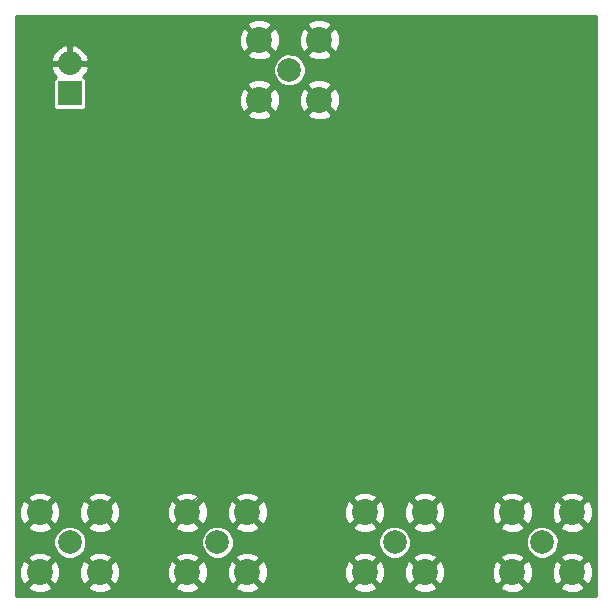
<source format=gbl>
G04 #@! TF.FileFunction,Copper,L4,Bot,Signal*
%FSLAX46Y46*%
G04 Gerber Fmt 4.6, Leading zero omitted, Abs format (unit mm)*
G04 Created by KiCad (PCBNEW 4.0.2-stable) date Fri 15 Jul 2016 21:48:07 BST*
%MOMM*%
G01*
G04 APERTURE LIST*
%ADD10C,0.100000*%
%ADD11C,2.000000*%
%ADD12C,2.200000*%
%ADD13R,2.032000X2.032000*%
%ADD14O,2.032000X2.032000*%
%ADD15C,0.800000*%
%ADD16C,0.200000*%
%ADD17C,0.254000*%
G04 APERTURE END LIST*
D10*
D11*
X92500000Y-105000000D03*
D12*
X89960000Y-102460000D03*
X89960000Y-107540000D03*
X95040000Y-102460000D03*
X95040000Y-107540000D03*
D11*
X83600000Y-65000000D03*
D12*
X81060000Y-62460000D03*
X81060000Y-67540000D03*
X86140000Y-62460000D03*
X86140000Y-67540000D03*
D11*
X65000000Y-105000000D03*
D12*
X62460000Y-102460000D03*
X62460000Y-107540000D03*
X67540000Y-102460000D03*
X67540000Y-107540000D03*
D11*
X105000000Y-105000000D03*
D12*
X102460000Y-102460000D03*
X102460000Y-107540000D03*
X107540000Y-102460000D03*
X107540000Y-107540000D03*
D11*
X77500000Y-105000000D03*
D12*
X74960000Y-102460000D03*
X74960000Y-107540000D03*
X80040000Y-102460000D03*
X80040000Y-107540000D03*
D13*
X65000000Y-67000000D03*
D14*
X65000000Y-64460000D03*
D15*
X94000000Y-100500000D03*
X91000000Y-97500000D03*
X89000000Y-95500000D03*
X90000000Y-96500000D03*
X88000000Y-94500000D03*
X89000000Y-99500000D03*
X99500000Y-95000000D03*
X100500000Y-96000000D03*
X101500000Y-97000000D03*
X102500000Y-98000000D03*
X103500000Y-99000000D03*
X104000000Y-100250000D03*
X100000000Y-92500000D03*
X101000000Y-93500000D03*
X105000000Y-97500000D03*
X104000000Y-96500000D03*
X103000000Y-95500000D03*
X102000000Y-94500000D03*
X89750000Y-94000000D03*
X91000000Y-94000000D03*
X92250000Y-94000000D03*
X93500000Y-94000000D03*
X94750000Y-94000000D03*
X96000000Y-94000000D03*
X97250000Y-94000000D03*
X98500000Y-94000000D03*
X89750000Y-92000000D03*
X91000000Y-92000000D03*
X92250000Y-92000000D03*
X88500000Y-92000000D03*
X98500000Y-92000000D03*
X97250000Y-92000000D03*
X96000000Y-92000000D03*
X94750000Y-92000000D03*
X93500000Y-92000000D03*
X82250000Y-94500000D03*
X80000000Y-100500000D03*
X88000000Y-98500000D03*
X86000000Y-96500000D03*
X85000000Y-95500000D03*
X84000000Y-96500000D03*
X83000000Y-97500000D03*
X82000000Y-98500000D03*
X87000000Y-97500000D03*
X90000000Y-100500000D03*
X81000000Y-99500000D03*
X76500000Y-100500000D03*
X79250000Y-97750000D03*
X80250000Y-96750000D03*
X81250000Y-95750000D03*
X68000000Y-98250000D03*
X67000000Y-99250000D03*
X73750000Y-94000000D03*
X72500000Y-94000000D03*
X81250000Y-94000000D03*
X75000000Y-94000000D03*
X76250000Y-94000000D03*
X77500000Y-94000000D03*
X78750000Y-94000000D03*
X80000000Y-94000000D03*
X71250000Y-95000000D03*
X70000000Y-96250000D03*
X69000000Y-97250000D03*
X66250000Y-100250000D03*
X65000000Y-97750000D03*
X68000000Y-94750000D03*
X70000000Y-92750000D03*
X75000000Y-92000000D03*
X73750000Y-92000000D03*
X72500000Y-92000000D03*
X76250000Y-92000000D03*
X77500000Y-92000000D03*
X78750000Y-92000000D03*
X80000000Y-92000000D03*
X71250000Y-92000000D03*
X69000000Y-93750000D03*
X66000000Y-96750000D03*
X67000000Y-95750000D03*
X81250000Y-92000000D03*
X64000000Y-98750000D03*
X82000000Y-84500000D03*
X82000000Y-82500000D03*
X82250000Y-80250000D03*
X85000000Y-80250000D03*
X85000000Y-82500000D03*
X82500000Y-69250000D03*
X82500000Y-73500000D03*
X82500000Y-72000000D03*
X82500000Y-70750000D03*
X84750000Y-73500000D03*
X84750000Y-72000000D03*
X84750000Y-69250000D03*
D16*
X94000000Y-100500000D02*
X91000000Y-97500000D01*
X90000000Y-96500000D02*
X91000000Y-97500000D01*
X89000000Y-95500000D02*
X88000000Y-94500000D01*
X91000000Y-97500000D02*
X89000000Y-99500000D01*
X100500000Y-96000000D02*
X101500000Y-97000000D01*
X102500000Y-98000000D02*
X103500000Y-99000000D01*
X98500000Y-94000000D02*
X99500000Y-95000000D01*
X101000000Y-93500000D02*
X102000000Y-94500000D01*
X98500000Y-94000000D02*
X100000000Y-92500000D01*
X105750000Y-98250000D02*
X105750000Y-98500000D01*
X105000000Y-97500000D02*
X105750000Y-98250000D01*
X103000000Y-95500000D02*
X104000000Y-96500000D01*
X91000000Y-94000000D02*
X92250000Y-94000000D01*
X93500000Y-94000000D02*
X94750000Y-94000000D01*
X96000000Y-94000000D02*
X97250000Y-94000000D01*
X89750000Y-92000000D02*
X89750000Y-94000000D01*
X92250000Y-92000000D02*
X93500000Y-92000000D01*
X91000000Y-92000000D02*
X92250000Y-92000000D01*
X88500000Y-92000000D02*
X89750000Y-92000000D01*
X97250000Y-92000000D02*
X98500000Y-92000000D01*
X94750000Y-92000000D02*
X96000000Y-92000000D01*
X88500000Y-93750000D02*
X88500000Y-92000000D01*
X88500000Y-92000000D02*
X81250000Y-92000000D01*
X88000000Y-94500000D02*
X82250000Y-94500000D01*
X86000000Y-96500000D02*
X88000000Y-94500000D01*
X90000000Y-100500000D02*
X89000000Y-99500000D01*
X88000000Y-98500000D02*
X89000000Y-99500000D01*
X87000000Y-97500000D02*
X86000000Y-96500000D01*
X84000000Y-96500000D02*
X85000000Y-95500000D01*
X82000000Y-98500000D02*
X83000000Y-97500000D01*
X79250000Y-97750000D02*
X81000000Y-99500000D01*
X76500000Y-100500000D02*
X74960000Y-102040000D01*
X74960000Y-102040000D02*
X74960000Y-102460000D01*
X79250000Y-97750000D02*
X77750000Y-99250000D01*
X81250000Y-95750000D02*
X80250000Y-96750000D01*
X68000000Y-98250000D02*
X67000000Y-99250000D01*
X69000000Y-97250000D02*
X70000000Y-96250000D01*
X81250000Y-92000000D02*
X81250000Y-94000000D01*
X77500000Y-94000000D02*
X76250000Y-94000000D01*
X80000000Y-94000000D02*
X78750000Y-94000000D01*
X75000000Y-94000000D02*
X73750000Y-94000000D01*
X72250000Y-94000000D02*
X71250000Y-95000000D01*
X72500000Y-94000000D02*
X72250000Y-94000000D01*
X70750000Y-92000000D02*
X70000000Y-92750000D01*
X73750000Y-92000000D02*
X72500000Y-92000000D01*
X78750000Y-92000000D02*
X77500000Y-92000000D01*
X81250000Y-92000000D02*
X80000000Y-92000000D01*
X76250000Y-92000000D02*
X75000000Y-92000000D01*
X71250000Y-92000000D02*
X70750000Y-92000000D01*
X68000000Y-94750000D02*
X69000000Y-93750000D01*
X67000000Y-95750000D02*
X66000000Y-96750000D01*
X64000000Y-98750000D02*
X64000000Y-99000000D01*
X82000000Y-80500000D02*
X82000000Y-82500000D01*
X82250000Y-80250000D02*
X82000000Y-80500000D01*
X85000000Y-80250000D02*
X85000000Y-82500000D01*
X82500000Y-73500000D02*
X82500000Y-73750000D01*
X82500000Y-70750000D02*
X82500000Y-72000000D01*
X84750000Y-72000000D02*
X84750000Y-73500000D01*
D17*
G36*
X109544000Y-109544000D02*
X60456000Y-109544000D01*
X60456000Y-108764868D01*
X61414737Y-108764868D01*
X61525641Y-109042099D01*
X62171593Y-109285323D01*
X62861453Y-109262836D01*
X63394359Y-109042099D01*
X63505263Y-108764868D01*
X66494737Y-108764868D01*
X66605641Y-109042099D01*
X67251593Y-109285323D01*
X67941453Y-109262836D01*
X68474359Y-109042099D01*
X68585263Y-108764868D01*
X73914737Y-108764868D01*
X74025641Y-109042099D01*
X74671593Y-109285323D01*
X75361453Y-109262836D01*
X75894359Y-109042099D01*
X76005263Y-108764868D01*
X78994737Y-108764868D01*
X79105641Y-109042099D01*
X79751593Y-109285323D01*
X80441453Y-109262836D01*
X80974359Y-109042099D01*
X81085263Y-108764868D01*
X88914737Y-108764868D01*
X89025641Y-109042099D01*
X89671593Y-109285323D01*
X90361453Y-109262836D01*
X90894359Y-109042099D01*
X91005263Y-108764868D01*
X93994737Y-108764868D01*
X94105641Y-109042099D01*
X94751593Y-109285323D01*
X95441453Y-109262836D01*
X95974359Y-109042099D01*
X96085263Y-108764868D01*
X101414737Y-108764868D01*
X101525641Y-109042099D01*
X102171593Y-109285323D01*
X102861453Y-109262836D01*
X103394359Y-109042099D01*
X103505263Y-108764868D01*
X106494737Y-108764868D01*
X106605641Y-109042099D01*
X107251593Y-109285323D01*
X107941453Y-109262836D01*
X108474359Y-109042099D01*
X108585263Y-108764868D01*
X107540000Y-107719605D01*
X106494737Y-108764868D01*
X103505263Y-108764868D01*
X102460000Y-107719605D01*
X101414737Y-108764868D01*
X96085263Y-108764868D01*
X95040000Y-107719605D01*
X93994737Y-108764868D01*
X91005263Y-108764868D01*
X89960000Y-107719605D01*
X88914737Y-108764868D01*
X81085263Y-108764868D01*
X80040000Y-107719605D01*
X78994737Y-108764868D01*
X76005263Y-108764868D01*
X74960000Y-107719605D01*
X73914737Y-108764868D01*
X68585263Y-108764868D01*
X67540000Y-107719605D01*
X66494737Y-108764868D01*
X63505263Y-108764868D01*
X62460000Y-107719605D01*
X61414737Y-108764868D01*
X60456000Y-108764868D01*
X60456000Y-107251593D01*
X60714677Y-107251593D01*
X60737164Y-107941453D01*
X60957901Y-108474359D01*
X61235132Y-108585263D01*
X62280395Y-107540000D01*
X62639605Y-107540000D01*
X63684868Y-108585263D01*
X63962099Y-108474359D01*
X64205323Y-107828407D01*
X64186521Y-107251593D01*
X65794677Y-107251593D01*
X65817164Y-107941453D01*
X66037901Y-108474359D01*
X66315132Y-108585263D01*
X67360395Y-107540000D01*
X67719605Y-107540000D01*
X68764868Y-108585263D01*
X69042099Y-108474359D01*
X69285323Y-107828407D01*
X69266521Y-107251593D01*
X73214677Y-107251593D01*
X73237164Y-107941453D01*
X73457901Y-108474359D01*
X73735132Y-108585263D01*
X74780395Y-107540000D01*
X75139605Y-107540000D01*
X76184868Y-108585263D01*
X76462099Y-108474359D01*
X76705323Y-107828407D01*
X76686521Y-107251593D01*
X78294677Y-107251593D01*
X78317164Y-107941453D01*
X78537901Y-108474359D01*
X78815132Y-108585263D01*
X79860395Y-107540000D01*
X80219605Y-107540000D01*
X81264868Y-108585263D01*
X81542099Y-108474359D01*
X81785323Y-107828407D01*
X81766521Y-107251593D01*
X88214677Y-107251593D01*
X88237164Y-107941453D01*
X88457901Y-108474359D01*
X88735132Y-108585263D01*
X89780395Y-107540000D01*
X90139605Y-107540000D01*
X91184868Y-108585263D01*
X91462099Y-108474359D01*
X91705323Y-107828407D01*
X91686521Y-107251593D01*
X93294677Y-107251593D01*
X93317164Y-107941453D01*
X93537901Y-108474359D01*
X93815132Y-108585263D01*
X94860395Y-107540000D01*
X95219605Y-107540000D01*
X96264868Y-108585263D01*
X96542099Y-108474359D01*
X96785323Y-107828407D01*
X96766521Y-107251593D01*
X100714677Y-107251593D01*
X100737164Y-107941453D01*
X100957901Y-108474359D01*
X101235132Y-108585263D01*
X102280395Y-107540000D01*
X102639605Y-107540000D01*
X103684868Y-108585263D01*
X103962099Y-108474359D01*
X104205323Y-107828407D01*
X104186521Y-107251593D01*
X105794677Y-107251593D01*
X105817164Y-107941453D01*
X106037901Y-108474359D01*
X106315132Y-108585263D01*
X107360395Y-107540000D01*
X107719605Y-107540000D01*
X108764868Y-108585263D01*
X109042099Y-108474359D01*
X109285323Y-107828407D01*
X109262836Y-107138547D01*
X109042099Y-106605641D01*
X108764868Y-106494737D01*
X107719605Y-107540000D01*
X107360395Y-107540000D01*
X106315132Y-106494737D01*
X106037901Y-106605641D01*
X105794677Y-107251593D01*
X104186521Y-107251593D01*
X104182836Y-107138547D01*
X103962099Y-106605641D01*
X103684868Y-106494737D01*
X102639605Y-107540000D01*
X102280395Y-107540000D01*
X101235132Y-106494737D01*
X100957901Y-106605641D01*
X100714677Y-107251593D01*
X96766521Y-107251593D01*
X96762836Y-107138547D01*
X96542099Y-106605641D01*
X96264868Y-106494737D01*
X95219605Y-107540000D01*
X94860395Y-107540000D01*
X93815132Y-106494737D01*
X93537901Y-106605641D01*
X93294677Y-107251593D01*
X91686521Y-107251593D01*
X91682836Y-107138547D01*
X91462099Y-106605641D01*
X91184868Y-106494737D01*
X90139605Y-107540000D01*
X89780395Y-107540000D01*
X88735132Y-106494737D01*
X88457901Y-106605641D01*
X88214677Y-107251593D01*
X81766521Y-107251593D01*
X81762836Y-107138547D01*
X81542099Y-106605641D01*
X81264868Y-106494737D01*
X80219605Y-107540000D01*
X79860395Y-107540000D01*
X78815132Y-106494737D01*
X78537901Y-106605641D01*
X78294677Y-107251593D01*
X76686521Y-107251593D01*
X76682836Y-107138547D01*
X76462099Y-106605641D01*
X76184868Y-106494737D01*
X75139605Y-107540000D01*
X74780395Y-107540000D01*
X73735132Y-106494737D01*
X73457901Y-106605641D01*
X73214677Y-107251593D01*
X69266521Y-107251593D01*
X69262836Y-107138547D01*
X69042099Y-106605641D01*
X68764868Y-106494737D01*
X67719605Y-107540000D01*
X67360395Y-107540000D01*
X66315132Y-106494737D01*
X66037901Y-106605641D01*
X65794677Y-107251593D01*
X64186521Y-107251593D01*
X64182836Y-107138547D01*
X63962099Y-106605641D01*
X63684868Y-106494737D01*
X62639605Y-107540000D01*
X62280395Y-107540000D01*
X61235132Y-106494737D01*
X60957901Y-106605641D01*
X60714677Y-107251593D01*
X60456000Y-107251593D01*
X60456000Y-106315132D01*
X61414737Y-106315132D01*
X62460000Y-107360395D01*
X63505263Y-106315132D01*
X63394359Y-106037901D01*
X62748407Y-105794677D01*
X62058547Y-105817164D01*
X61525641Y-106037901D01*
X61414737Y-106315132D01*
X60456000Y-106315132D01*
X60456000Y-105273493D01*
X63618761Y-105273493D01*
X63828563Y-105781251D01*
X64216705Y-106170072D01*
X64724097Y-106380759D01*
X65273493Y-106381239D01*
X65433483Y-106315132D01*
X66494737Y-106315132D01*
X67540000Y-107360395D01*
X68585263Y-106315132D01*
X73914737Y-106315132D01*
X74960000Y-107360395D01*
X76005263Y-106315132D01*
X75894359Y-106037901D01*
X75248407Y-105794677D01*
X74558547Y-105817164D01*
X74025641Y-106037901D01*
X73914737Y-106315132D01*
X68585263Y-106315132D01*
X68474359Y-106037901D01*
X67828407Y-105794677D01*
X67138547Y-105817164D01*
X66605641Y-106037901D01*
X66494737Y-106315132D01*
X65433483Y-106315132D01*
X65781251Y-106171437D01*
X66170072Y-105783295D01*
X66380759Y-105275903D01*
X66380761Y-105273493D01*
X76118761Y-105273493D01*
X76328563Y-105781251D01*
X76716705Y-106170072D01*
X77224097Y-106380759D01*
X77773493Y-106381239D01*
X77933483Y-106315132D01*
X78994737Y-106315132D01*
X80040000Y-107360395D01*
X81085263Y-106315132D01*
X88914737Y-106315132D01*
X89960000Y-107360395D01*
X91005263Y-106315132D01*
X90894359Y-106037901D01*
X90248407Y-105794677D01*
X89558547Y-105817164D01*
X89025641Y-106037901D01*
X88914737Y-106315132D01*
X81085263Y-106315132D01*
X80974359Y-106037901D01*
X80328407Y-105794677D01*
X79638547Y-105817164D01*
X79105641Y-106037901D01*
X78994737Y-106315132D01*
X77933483Y-106315132D01*
X78281251Y-106171437D01*
X78670072Y-105783295D01*
X78880759Y-105275903D01*
X78880761Y-105273493D01*
X91118761Y-105273493D01*
X91328563Y-105781251D01*
X91716705Y-106170072D01*
X92224097Y-106380759D01*
X92773493Y-106381239D01*
X92933483Y-106315132D01*
X93994737Y-106315132D01*
X95040000Y-107360395D01*
X96085263Y-106315132D01*
X101414737Y-106315132D01*
X102460000Y-107360395D01*
X103505263Y-106315132D01*
X103394359Y-106037901D01*
X102748407Y-105794677D01*
X102058547Y-105817164D01*
X101525641Y-106037901D01*
X101414737Y-106315132D01*
X96085263Y-106315132D01*
X95974359Y-106037901D01*
X95328407Y-105794677D01*
X94638547Y-105817164D01*
X94105641Y-106037901D01*
X93994737Y-106315132D01*
X92933483Y-106315132D01*
X93281251Y-106171437D01*
X93670072Y-105783295D01*
X93880759Y-105275903D01*
X93880761Y-105273493D01*
X103618761Y-105273493D01*
X103828563Y-105781251D01*
X104216705Y-106170072D01*
X104724097Y-106380759D01*
X105273493Y-106381239D01*
X105433483Y-106315132D01*
X106494737Y-106315132D01*
X107540000Y-107360395D01*
X108585263Y-106315132D01*
X108474359Y-106037901D01*
X107828407Y-105794677D01*
X107138547Y-105817164D01*
X106605641Y-106037901D01*
X106494737Y-106315132D01*
X105433483Y-106315132D01*
X105781251Y-106171437D01*
X106170072Y-105783295D01*
X106380759Y-105275903D01*
X106381239Y-104726507D01*
X106171437Y-104218749D01*
X105783295Y-103829928D01*
X105433951Y-103684868D01*
X106494737Y-103684868D01*
X106605641Y-103962099D01*
X107251593Y-104205323D01*
X107941453Y-104182836D01*
X108474359Y-103962099D01*
X108585263Y-103684868D01*
X107540000Y-102639605D01*
X106494737Y-103684868D01*
X105433951Y-103684868D01*
X105275903Y-103619241D01*
X104726507Y-103618761D01*
X104218749Y-103828563D01*
X103829928Y-104216705D01*
X103619241Y-104724097D01*
X103618761Y-105273493D01*
X93880761Y-105273493D01*
X93881239Y-104726507D01*
X93671437Y-104218749D01*
X93283295Y-103829928D01*
X92933951Y-103684868D01*
X93994737Y-103684868D01*
X94105641Y-103962099D01*
X94751593Y-104205323D01*
X95441453Y-104182836D01*
X95974359Y-103962099D01*
X96085263Y-103684868D01*
X101414737Y-103684868D01*
X101525641Y-103962099D01*
X102171593Y-104205323D01*
X102861453Y-104182836D01*
X103394359Y-103962099D01*
X103505263Y-103684868D01*
X102460000Y-102639605D01*
X101414737Y-103684868D01*
X96085263Y-103684868D01*
X95040000Y-102639605D01*
X93994737Y-103684868D01*
X92933951Y-103684868D01*
X92775903Y-103619241D01*
X92226507Y-103618761D01*
X91718749Y-103828563D01*
X91329928Y-104216705D01*
X91119241Y-104724097D01*
X91118761Y-105273493D01*
X78880761Y-105273493D01*
X78881239Y-104726507D01*
X78671437Y-104218749D01*
X78283295Y-103829928D01*
X77933951Y-103684868D01*
X78994737Y-103684868D01*
X79105641Y-103962099D01*
X79751593Y-104205323D01*
X80441453Y-104182836D01*
X80974359Y-103962099D01*
X81085263Y-103684868D01*
X88914737Y-103684868D01*
X89025641Y-103962099D01*
X89671593Y-104205323D01*
X90361453Y-104182836D01*
X90894359Y-103962099D01*
X91005263Y-103684868D01*
X89960000Y-102639605D01*
X88914737Y-103684868D01*
X81085263Y-103684868D01*
X80040000Y-102639605D01*
X78994737Y-103684868D01*
X77933951Y-103684868D01*
X77775903Y-103619241D01*
X77226507Y-103618761D01*
X76718749Y-103828563D01*
X76329928Y-104216705D01*
X76119241Y-104724097D01*
X76118761Y-105273493D01*
X66380761Y-105273493D01*
X66381239Y-104726507D01*
X66171437Y-104218749D01*
X65783295Y-103829928D01*
X65433951Y-103684868D01*
X66494737Y-103684868D01*
X66605641Y-103962099D01*
X67251593Y-104205323D01*
X67941453Y-104182836D01*
X68474359Y-103962099D01*
X68585263Y-103684868D01*
X73914737Y-103684868D01*
X74025641Y-103962099D01*
X74671593Y-104205323D01*
X75361453Y-104182836D01*
X75894359Y-103962099D01*
X76005263Y-103684868D01*
X74960000Y-102639605D01*
X73914737Y-103684868D01*
X68585263Y-103684868D01*
X67540000Y-102639605D01*
X66494737Y-103684868D01*
X65433951Y-103684868D01*
X65275903Y-103619241D01*
X64726507Y-103618761D01*
X64218749Y-103828563D01*
X63829928Y-104216705D01*
X63619241Y-104724097D01*
X63618761Y-105273493D01*
X60456000Y-105273493D01*
X60456000Y-103684868D01*
X61414737Y-103684868D01*
X61525641Y-103962099D01*
X62171593Y-104205323D01*
X62861453Y-104182836D01*
X63394359Y-103962099D01*
X63505263Y-103684868D01*
X62460000Y-102639605D01*
X61414737Y-103684868D01*
X60456000Y-103684868D01*
X60456000Y-102171593D01*
X60714677Y-102171593D01*
X60737164Y-102861453D01*
X60957901Y-103394359D01*
X61235132Y-103505263D01*
X62280395Y-102460000D01*
X62639605Y-102460000D01*
X63684868Y-103505263D01*
X63962099Y-103394359D01*
X64205323Y-102748407D01*
X64186521Y-102171593D01*
X65794677Y-102171593D01*
X65817164Y-102861453D01*
X66037901Y-103394359D01*
X66315132Y-103505263D01*
X67360395Y-102460000D01*
X67719605Y-102460000D01*
X68764868Y-103505263D01*
X69042099Y-103394359D01*
X69285323Y-102748407D01*
X69266521Y-102171593D01*
X73214677Y-102171593D01*
X73237164Y-102861453D01*
X73457901Y-103394359D01*
X73735132Y-103505263D01*
X74780395Y-102460000D01*
X75139605Y-102460000D01*
X76184868Y-103505263D01*
X76462099Y-103394359D01*
X76705323Y-102748407D01*
X76686521Y-102171593D01*
X78294677Y-102171593D01*
X78317164Y-102861453D01*
X78537901Y-103394359D01*
X78815132Y-103505263D01*
X79860395Y-102460000D01*
X80219605Y-102460000D01*
X81264868Y-103505263D01*
X81542099Y-103394359D01*
X81785323Y-102748407D01*
X81766521Y-102171593D01*
X88214677Y-102171593D01*
X88237164Y-102861453D01*
X88457901Y-103394359D01*
X88735132Y-103505263D01*
X89780395Y-102460000D01*
X90139605Y-102460000D01*
X91184868Y-103505263D01*
X91462099Y-103394359D01*
X91705323Y-102748407D01*
X91686521Y-102171593D01*
X93294677Y-102171593D01*
X93317164Y-102861453D01*
X93537901Y-103394359D01*
X93815132Y-103505263D01*
X94860395Y-102460000D01*
X95219605Y-102460000D01*
X96264868Y-103505263D01*
X96542099Y-103394359D01*
X96785323Y-102748407D01*
X96766521Y-102171593D01*
X100714677Y-102171593D01*
X100737164Y-102861453D01*
X100957901Y-103394359D01*
X101235132Y-103505263D01*
X102280395Y-102460000D01*
X102639605Y-102460000D01*
X103684868Y-103505263D01*
X103962099Y-103394359D01*
X104205323Y-102748407D01*
X104186521Y-102171593D01*
X105794677Y-102171593D01*
X105817164Y-102861453D01*
X106037901Y-103394359D01*
X106315132Y-103505263D01*
X107360395Y-102460000D01*
X107719605Y-102460000D01*
X108764868Y-103505263D01*
X109042099Y-103394359D01*
X109285323Y-102748407D01*
X109262836Y-102058547D01*
X109042099Y-101525641D01*
X108764868Y-101414737D01*
X107719605Y-102460000D01*
X107360395Y-102460000D01*
X106315132Y-101414737D01*
X106037901Y-101525641D01*
X105794677Y-102171593D01*
X104186521Y-102171593D01*
X104182836Y-102058547D01*
X103962099Y-101525641D01*
X103684868Y-101414737D01*
X102639605Y-102460000D01*
X102280395Y-102460000D01*
X101235132Y-101414737D01*
X100957901Y-101525641D01*
X100714677Y-102171593D01*
X96766521Y-102171593D01*
X96762836Y-102058547D01*
X96542099Y-101525641D01*
X96264868Y-101414737D01*
X95219605Y-102460000D01*
X94860395Y-102460000D01*
X93815132Y-101414737D01*
X93537901Y-101525641D01*
X93294677Y-102171593D01*
X91686521Y-102171593D01*
X91682836Y-102058547D01*
X91462099Y-101525641D01*
X91184868Y-101414737D01*
X90139605Y-102460000D01*
X89780395Y-102460000D01*
X88735132Y-101414737D01*
X88457901Y-101525641D01*
X88214677Y-102171593D01*
X81766521Y-102171593D01*
X81762836Y-102058547D01*
X81542099Y-101525641D01*
X81264868Y-101414737D01*
X80219605Y-102460000D01*
X79860395Y-102460000D01*
X78815132Y-101414737D01*
X78537901Y-101525641D01*
X78294677Y-102171593D01*
X76686521Y-102171593D01*
X76682836Y-102058547D01*
X76462099Y-101525641D01*
X76184868Y-101414737D01*
X75139605Y-102460000D01*
X74780395Y-102460000D01*
X73735132Y-101414737D01*
X73457901Y-101525641D01*
X73214677Y-102171593D01*
X69266521Y-102171593D01*
X69262836Y-102058547D01*
X69042099Y-101525641D01*
X68764868Y-101414737D01*
X67719605Y-102460000D01*
X67360395Y-102460000D01*
X66315132Y-101414737D01*
X66037901Y-101525641D01*
X65794677Y-102171593D01*
X64186521Y-102171593D01*
X64182836Y-102058547D01*
X63962099Y-101525641D01*
X63684868Y-101414737D01*
X62639605Y-102460000D01*
X62280395Y-102460000D01*
X61235132Y-101414737D01*
X60957901Y-101525641D01*
X60714677Y-102171593D01*
X60456000Y-102171593D01*
X60456000Y-101235132D01*
X61414737Y-101235132D01*
X62460000Y-102280395D01*
X63505263Y-101235132D01*
X66494737Y-101235132D01*
X67540000Y-102280395D01*
X68585263Y-101235132D01*
X73914737Y-101235132D01*
X74960000Y-102280395D01*
X76005263Y-101235132D01*
X78994737Y-101235132D01*
X80040000Y-102280395D01*
X81085263Y-101235132D01*
X88914737Y-101235132D01*
X89960000Y-102280395D01*
X91005263Y-101235132D01*
X93994737Y-101235132D01*
X95040000Y-102280395D01*
X96085263Y-101235132D01*
X101414737Y-101235132D01*
X102460000Y-102280395D01*
X103505263Y-101235132D01*
X106494737Y-101235132D01*
X107540000Y-102280395D01*
X108585263Y-101235132D01*
X108474359Y-100957901D01*
X107828407Y-100714677D01*
X107138547Y-100737164D01*
X106605641Y-100957901D01*
X106494737Y-101235132D01*
X103505263Y-101235132D01*
X103394359Y-100957901D01*
X102748407Y-100714677D01*
X102058547Y-100737164D01*
X101525641Y-100957901D01*
X101414737Y-101235132D01*
X96085263Y-101235132D01*
X95974359Y-100957901D01*
X95328407Y-100714677D01*
X94638547Y-100737164D01*
X94105641Y-100957901D01*
X93994737Y-101235132D01*
X91005263Y-101235132D01*
X90894359Y-100957901D01*
X90248407Y-100714677D01*
X89558547Y-100737164D01*
X89025641Y-100957901D01*
X88914737Y-101235132D01*
X81085263Y-101235132D01*
X80974359Y-100957901D01*
X80328407Y-100714677D01*
X79638547Y-100737164D01*
X79105641Y-100957901D01*
X78994737Y-101235132D01*
X76005263Y-101235132D01*
X75894359Y-100957901D01*
X75248407Y-100714677D01*
X74558547Y-100737164D01*
X74025641Y-100957901D01*
X73914737Y-101235132D01*
X68585263Y-101235132D01*
X68474359Y-100957901D01*
X67828407Y-100714677D01*
X67138547Y-100737164D01*
X66605641Y-100957901D01*
X66494737Y-101235132D01*
X63505263Y-101235132D01*
X63394359Y-100957901D01*
X62748407Y-100714677D01*
X62058547Y-100737164D01*
X61525641Y-100957901D01*
X61414737Y-101235132D01*
X60456000Y-101235132D01*
X60456000Y-68764868D01*
X80014737Y-68764868D01*
X80125641Y-69042099D01*
X80771593Y-69285323D01*
X81461453Y-69262836D01*
X81994359Y-69042099D01*
X82105263Y-68764868D01*
X85094737Y-68764868D01*
X85205641Y-69042099D01*
X85851593Y-69285323D01*
X86541453Y-69262836D01*
X87074359Y-69042099D01*
X87185263Y-68764868D01*
X86140000Y-67719605D01*
X85094737Y-68764868D01*
X82105263Y-68764868D01*
X81060000Y-67719605D01*
X80014737Y-68764868D01*
X60456000Y-68764868D01*
X60456000Y-64842944D01*
X63394025Y-64842944D01*
X63593615Y-65324818D01*
X63865342Y-65617863D01*
X63842810Y-65622103D01*
X63713135Y-65705546D01*
X63626141Y-65832866D01*
X63595536Y-65984000D01*
X63595536Y-68016000D01*
X63622103Y-68157190D01*
X63705546Y-68286865D01*
X63832866Y-68373859D01*
X63984000Y-68404464D01*
X66016000Y-68404464D01*
X66157190Y-68377897D01*
X66286865Y-68294454D01*
X66373859Y-68167134D01*
X66404464Y-68016000D01*
X66404464Y-67251593D01*
X79314677Y-67251593D01*
X79337164Y-67941453D01*
X79557901Y-68474359D01*
X79835132Y-68585263D01*
X80880395Y-67540000D01*
X81239605Y-67540000D01*
X82284868Y-68585263D01*
X82562099Y-68474359D01*
X82805323Y-67828407D01*
X82786521Y-67251593D01*
X84394677Y-67251593D01*
X84417164Y-67941453D01*
X84637901Y-68474359D01*
X84915132Y-68585263D01*
X85960395Y-67540000D01*
X86319605Y-67540000D01*
X87364868Y-68585263D01*
X87642099Y-68474359D01*
X87885323Y-67828407D01*
X87862836Y-67138547D01*
X87642099Y-66605641D01*
X87364868Y-66494737D01*
X86319605Y-67540000D01*
X85960395Y-67540000D01*
X84915132Y-66494737D01*
X84637901Y-66605641D01*
X84394677Y-67251593D01*
X82786521Y-67251593D01*
X82782836Y-67138547D01*
X82562099Y-66605641D01*
X82284868Y-66494737D01*
X81239605Y-67540000D01*
X80880395Y-67540000D01*
X79835132Y-66494737D01*
X79557901Y-66605641D01*
X79314677Y-67251593D01*
X66404464Y-67251593D01*
X66404464Y-66315132D01*
X80014737Y-66315132D01*
X81060000Y-67360395D01*
X82105263Y-66315132D01*
X81994359Y-66037901D01*
X81348407Y-65794677D01*
X80658547Y-65817164D01*
X80125641Y-66037901D01*
X80014737Y-66315132D01*
X66404464Y-66315132D01*
X66404464Y-65984000D01*
X66377897Y-65842810D01*
X66294454Y-65713135D01*
X66167134Y-65626141D01*
X66133330Y-65619296D01*
X66406385Y-65324818D01*
X66427643Y-65273493D01*
X82218761Y-65273493D01*
X82428563Y-65781251D01*
X82816705Y-66170072D01*
X83324097Y-66380759D01*
X83873493Y-66381239D01*
X84033483Y-66315132D01*
X85094737Y-66315132D01*
X86140000Y-67360395D01*
X87185263Y-66315132D01*
X87074359Y-66037901D01*
X86428407Y-65794677D01*
X85738547Y-65817164D01*
X85205641Y-66037901D01*
X85094737Y-66315132D01*
X84033483Y-66315132D01*
X84381251Y-66171437D01*
X84770072Y-65783295D01*
X84980759Y-65275903D01*
X84981239Y-64726507D01*
X84771437Y-64218749D01*
X84383295Y-63829928D01*
X84033951Y-63684868D01*
X85094737Y-63684868D01*
X85205641Y-63962099D01*
X85851593Y-64205323D01*
X86541453Y-64182836D01*
X87074359Y-63962099D01*
X87185263Y-63684868D01*
X86140000Y-62639605D01*
X85094737Y-63684868D01*
X84033951Y-63684868D01*
X83875903Y-63619241D01*
X83326507Y-63618761D01*
X82818749Y-63828563D01*
X82429928Y-64216705D01*
X82219241Y-64724097D01*
X82218761Y-65273493D01*
X66427643Y-65273493D01*
X66605975Y-64842944D01*
X66486836Y-64587000D01*
X65127000Y-64587000D01*
X65127000Y-64607000D01*
X64873000Y-64607000D01*
X64873000Y-64587000D01*
X63513164Y-64587000D01*
X63394025Y-64842944D01*
X60456000Y-64842944D01*
X60456000Y-64077056D01*
X63394025Y-64077056D01*
X63513164Y-64333000D01*
X64873000Y-64333000D01*
X64873000Y-62972633D01*
X65127000Y-62972633D01*
X65127000Y-64333000D01*
X66486836Y-64333000D01*
X66605975Y-64077056D01*
X66443533Y-63684868D01*
X80014737Y-63684868D01*
X80125641Y-63962099D01*
X80771593Y-64205323D01*
X81461453Y-64182836D01*
X81994359Y-63962099D01*
X82105263Y-63684868D01*
X81060000Y-62639605D01*
X80014737Y-63684868D01*
X66443533Y-63684868D01*
X66406385Y-63595182D01*
X65968379Y-63122812D01*
X65382946Y-62854017D01*
X65127000Y-62972633D01*
X64873000Y-62972633D01*
X64617054Y-62854017D01*
X64031621Y-63122812D01*
X63593615Y-63595182D01*
X63394025Y-64077056D01*
X60456000Y-64077056D01*
X60456000Y-62171593D01*
X79314677Y-62171593D01*
X79337164Y-62861453D01*
X79557901Y-63394359D01*
X79835132Y-63505263D01*
X80880395Y-62460000D01*
X81239605Y-62460000D01*
X82284868Y-63505263D01*
X82562099Y-63394359D01*
X82805323Y-62748407D01*
X82786521Y-62171593D01*
X84394677Y-62171593D01*
X84417164Y-62861453D01*
X84637901Y-63394359D01*
X84915132Y-63505263D01*
X85960395Y-62460000D01*
X86319605Y-62460000D01*
X87364868Y-63505263D01*
X87642099Y-63394359D01*
X87885323Y-62748407D01*
X87862836Y-62058547D01*
X87642099Y-61525641D01*
X87364868Y-61414737D01*
X86319605Y-62460000D01*
X85960395Y-62460000D01*
X84915132Y-61414737D01*
X84637901Y-61525641D01*
X84394677Y-62171593D01*
X82786521Y-62171593D01*
X82782836Y-62058547D01*
X82562099Y-61525641D01*
X82284868Y-61414737D01*
X81239605Y-62460000D01*
X80880395Y-62460000D01*
X79835132Y-61414737D01*
X79557901Y-61525641D01*
X79314677Y-62171593D01*
X60456000Y-62171593D01*
X60456000Y-61235132D01*
X80014737Y-61235132D01*
X81060000Y-62280395D01*
X82105263Y-61235132D01*
X85094737Y-61235132D01*
X86140000Y-62280395D01*
X87185263Y-61235132D01*
X87074359Y-60957901D01*
X86428407Y-60714677D01*
X85738547Y-60737164D01*
X85205641Y-60957901D01*
X85094737Y-61235132D01*
X82105263Y-61235132D01*
X81994359Y-60957901D01*
X81348407Y-60714677D01*
X80658547Y-60737164D01*
X80125641Y-60957901D01*
X80014737Y-61235132D01*
X60456000Y-61235132D01*
X60456000Y-60456000D01*
X109544000Y-60456000D01*
X109544000Y-109544000D01*
X109544000Y-109544000D01*
G37*
X109544000Y-109544000D02*
X60456000Y-109544000D01*
X60456000Y-108764868D01*
X61414737Y-108764868D01*
X61525641Y-109042099D01*
X62171593Y-109285323D01*
X62861453Y-109262836D01*
X63394359Y-109042099D01*
X63505263Y-108764868D01*
X66494737Y-108764868D01*
X66605641Y-109042099D01*
X67251593Y-109285323D01*
X67941453Y-109262836D01*
X68474359Y-109042099D01*
X68585263Y-108764868D01*
X73914737Y-108764868D01*
X74025641Y-109042099D01*
X74671593Y-109285323D01*
X75361453Y-109262836D01*
X75894359Y-109042099D01*
X76005263Y-108764868D01*
X78994737Y-108764868D01*
X79105641Y-109042099D01*
X79751593Y-109285323D01*
X80441453Y-109262836D01*
X80974359Y-109042099D01*
X81085263Y-108764868D01*
X88914737Y-108764868D01*
X89025641Y-109042099D01*
X89671593Y-109285323D01*
X90361453Y-109262836D01*
X90894359Y-109042099D01*
X91005263Y-108764868D01*
X93994737Y-108764868D01*
X94105641Y-109042099D01*
X94751593Y-109285323D01*
X95441453Y-109262836D01*
X95974359Y-109042099D01*
X96085263Y-108764868D01*
X101414737Y-108764868D01*
X101525641Y-109042099D01*
X102171593Y-109285323D01*
X102861453Y-109262836D01*
X103394359Y-109042099D01*
X103505263Y-108764868D01*
X106494737Y-108764868D01*
X106605641Y-109042099D01*
X107251593Y-109285323D01*
X107941453Y-109262836D01*
X108474359Y-109042099D01*
X108585263Y-108764868D01*
X107540000Y-107719605D01*
X106494737Y-108764868D01*
X103505263Y-108764868D01*
X102460000Y-107719605D01*
X101414737Y-108764868D01*
X96085263Y-108764868D01*
X95040000Y-107719605D01*
X93994737Y-108764868D01*
X91005263Y-108764868D01*
X89960000Y-107719605D01*
X88914737Y-108764868D01*
X81085263Y-108764868D01*
X80040000Y-107719605D01*
X78994737Y-108764868D01*
X76005263Y-108764868D01*
X74960000Y-107719605D01*
X73914737Y-108764868D01*
X68585263Y-108764868D01*
X67540000Y-107719605D01*
X66494737Y-108764868D01*
X63505263Y-108764868D01*
X62460000Y-107719605D01*
X61414737Y-108764868D01*
X60456000Y-108764868D01*
X60456000Y-107251593D01*
X60714677Y-107251593D01*
X60737164Y-107941453D01*
X60957901Y-108474359D01*
X61235132Y-108585263D01*
X62280395Y-107540000D01*
X62639605Y-107540000D01*
X63684868Y-108585263D01*
X63962099Y-108474359D01*
X64205323Y-107828407D01*
X64186521Y-107251593D01*
X65794677Y-107251593D01*
X65817164Y-107941453D01*
X66037901Y-108474359D01*
X66315132Y-108585263D01*
X67360395Y-107540000D01*
X67719605Y-107540000D01*
X68764868Y-108585263D01*
X69042099Y-108474359D01*
X69285323Y-107828407D01*
X69266521Y-107251593D01*
X73214677Y-107251593D01*
X73237164Y-107941453D01*
X73457901Y-108474359D01*
X73735132Y-108585263D01*
X74780395Y-107540000D01*
X75139605Y-107540000D01*
X76184868Y-108585263D01*
X76462099Y-108474359D01*
X76705323Y-107828407D01*
X76686521Y-107251593D01*
X78294677Y-107251593D01*
X78317164Y-107941453D01*
X78537901Y-108474359D01*
X78815132Y-108585263D01*
X79860395Y-107540000D01*
X80219605Y-107540000D01*
X81264868Y-108585263D01*
X81542099Y-108474359D01*
X81785323Y-107828407D01*
X81766521Y-107251593D01*
X88214677Y-107251593D01*
X88237164Y-107941453D01*
X88457901Y-108474359D01*
X88735132Y-108585263D01*
X89780395Y-107540000D01*
X90139605Y-107540000D01*
X91184868Y-108585263D01*
X91462099Y-108474359D01*
X91705323Y-107828407D01*
X91686521Y-107251593D01*
X93294677Y-107251593D01*
X93317164Y-107941453D01*
X93537901Y-108474359D01*
X93815132Y-108585263D01*
X94860395Y-107540000D01*
X95219605Y-107540000D01*
X96264868Y-108585263D01*
X96542099Y-108474359D01*
X96785323Y-107828407D01*
X96766521Y-107251593D01*
X100714677Y-107251593D01*
X100737164Y-107941453D01*
X100957901Y-108474359D01*
X101235132Y-108585263D01*
X102280395Y-107540000D01*
X102639605Y-107540000D01*
X103684868Y-108585263D01*
X103962099Y-108474359D01*
X104205323Y-107828407D01*
X104186521Y-107251593D01*
X105794677Y-107251593D01*
X105817164Y-107941453D01*
X106037901Y-108474359D01*
X106315132Y-108585263D01*
X107360395Y-107540000D01*
X107719605Y-107540000D01*
X108764868Y-108585263D01*
X109042099Y-108474359D01*
X109285323Y-107828407D01*
X109262836Y-107138547D01*
X109042099Y-106605641D01*
X108764868Y-106494737D01*
X107719605Y-107540000D01*
X107360395Y-107540000D01*
X106315132Y-106494737D01*
X106037901Y-106605641D01*
X105794677Y-107251593D01*
X104186521Y-107251593D01*
X104182836Y-107138547D01*
X103962099Y-106605641D01*
X103684868Y-106494737D01*
X102639605Y-107540000D01*
X102280395Y-107540000D01*
X101235132Y-106494737D01*
X100957901Y-106605641D01*
X100714677Y-107251593D01*
X96766521Y-107251593D01*
X96762836Y-107138547D01*
X96542099Y-106605641D01*
X96264868Y-106494737D01*
X95219605Y-107540000D01*
X94860395Y-107540000D01*
X93815132Y-106494737D01*
X93537901Y-106605641D01*
X93294677Y-107251593D01*
X91686521Y-107251593D01*
X91682836Y-107138547D01*
X91462099Y-106605641D01*
X91184868Y-106494737D01*
X90139605Y-107540000D01*
X89780395Y-107540000D01*
X88735132Y-106494737D01*
X88457901Y-106605641D01*
X88214677Y-107251593D01*
X81766521Y-107251593D01*
X81762836Y-107138547D01*
X81542099Y-106605641D01*
X81264868Y-106494737D01*
X80219605Y-107540000D01*
X79860395Y-107540000D01*
X78815132Y-106494737D01*
X78537901Y-106605641D01*
X78294677Y-107251593D01*
X76686521Y-107251593D01*
X76682836Y-107138547D01*
X76462099Y-106605641D01*
X76184868Y-106494737D01*
X75139605Y-107540000D01*
X74780395Y-107540000D01*
X73735132Y-106494737D01*
X73457901Y-106605641D01*
X73214677Y-107251593D01*
X69266521Y-107251593D01*
X69262836Y-107138547D01*
X69042099Y-106605641D01*
X68764868Y-106494737D01*
X67719605Y-107540000D01*
X67360395Y-107540000D01*
X66315132Y-106494737D01*
X66037901Y-106605641D01*
X65794677Y-107251593D01*
X64186521Y-107251593D01*
X64182836Y-107138547D01*
X63962099Y-106605641D01*
X63684868Y-106494737D01*
X62639605Y-107540000D01*
X62280395Y-107540000D01*
X61235132Y-106494737D01*
X60957901Y-106605641D01*
X60714677Y-107251593D01*
X60456000Y-107251593D01*
X60456000Y-106315132D01*
X61414737Y-106315132D01*
X62460000Y-107360395D01*
X63505263Y-106315132D01*
X63394359Y-106037901D01*
X62748407Y-105794677D01*
X62058547Y-105817164D01*
X61525641Y-106037901D01*
X61414737Y-106315132D01*
X60456000Y-106315132D01*
X60456000Y-105273493D01*
X63618761Y-105273493D01*
X63828563Y-105781251D01*
X64216705Y-106170072D01*
X64724097Y-106380759D01*
X65273493Y-106381239D01*
X65433483Y-106315132D01*
X66494737Y-106315132D01*
X67540000Y-107360395D01*
X68585263Y-106315132D01*
X73914737Y-106315132D01*
X74960000Y-107360395D01*
X76005263Y-106315132D01*
X75894359Y-106037901D01*
X75248407Y-105794677D01*
X74558547Y-105817164D01*
X74025641Y-106037901D01*
X73914737Y-106315132D01*
X68585263Y-106315132D01*
X68474359Y-106037901D01*
X67828407Y-105794677D01*
X67138547Y-105817164D01*
X66605641Y-106037901D01*
X66494737Y-106315132D01*
X65433483Y-106315132D01*
X65781251Y-106171437D01*
X66170072Y-105783295D01*
X66380759Y-105275903D01*
X66380761Y-105273493D01*
X76118761Y-105273493D01*
X76328563Y-105781251D01*
X76716705Y-106170072D01*
X77224097Y-106380759D01*
X77773493Y-106381239D01*
X77933483Y-106315132D01*
X78994737Y-106315132D01*
X80040000Y-107360395D01*
X81085263Y-106315132D01*
X88914737Y-106315132D01*
X89960000Y-107360395D01*
X91005263Y-106315132D01*
X90894359Y-106037901D01*
X90248407Y-105794677D01*
X89558547Y-105817164D01*
X89025641Y-106037901D01*
X88914737Y-106315132D01*
X81085263Y-106315132D01*
X80974359Y-106037901D01*
X80328407Y-105794677D01*
X79638547Y-105817164D01*
X79105641Y-106037901D01*
X78994737Y-106315132D01*
X77933483Y-106315132D01*
X78281251Y-106171437D01*
X78670072Y-105783295D01*
X78880759Y-105275903D01*
X78880761Y-105273493D01*
X91118761Y-105273493D01*
X91328563Y-105781251D01*
X91716705Y-106170072D01*
X92224097Y-106380759D01*
X92773493Y-106381239D01*
X92933483Y-106315132D01*
X93994737Y-106315132D01*
X95040000Y-107360395D01*
X96085263Y-106315132D01*
X101414737Y-106315132D01*
X102460000Y-107360395D01*
X103505263Y-106315132D01*
X103394359Y-106037901D01*
X102748407Y-105794677D01*
X102058547Y-105817164D01*
X101525641Y-106037901D01*
X101414737Y-106315132D01*
X96085263Y-106315132D01*
X95974359Y-106037901D01*
X95328407Y-105794677D01*
X94638547Y-105817164D01*
X94105641Y-106037901D01*
X93994737Y-106315132D01*
X92933483Y-106315132D01*
X93281251Y-106171437D01*
X93670072Y-105783295D01*
X93880759Y-105275903D01*
X93880761Y-105273493D01*
X103618761Y-105273493D01*
X103828563Y-105781251D01*
X104216705Y-106170072D01*
X104724097Y-106380759D01*
X105273493Y-106381239D01*
X105433483Y-106315132D01*
X106494737Y-106315132D01*
X107540000Y-107360395D01*
X108585263Y-106315132D01*
X108474359Y-106037901D01*
X107828407Y-105794677D01*
X107138547Y-105817164D01*
X106605641Y-106037901D01*
X106494737Y-106315132D01*
X105433483Y-106315132D01*
X105781251Y-106171437D01*
X106170072Y-105783295D01*
X106380759Y-105275903D01*
X106381239Y-104726507D01*
X106171437Y-104218749D01*
X105783295Y-103829928D01*
X105433951Y-103684868D01*
X106494737Y-103684868D01*
X106605641Y-103962099D01*
X107251593Y-104205323D01*
X107941453Y-104182836D01*
X108474359Y-103962099D01*
X108585263Y-103684868D01*
X107540000Y-102639605D01*
X106494737Y-103684868D01*
X105433951Y-103684868D01*
X105275903Y-103619241D01*
X104726507Y-103618761D01*
X104218749Y-103828563D01*
X103829928Y-104216705D01*
X103619241Y-104724097D01*
X103618761Y-105273493D01*
X93880761Y-105273493D01*
X93881239Y-104726507D01*
X93671437Y-104218749D01*
X93283295Y-103829928D01*
X92933951Y-103684868D01*
X93994737Y-103684868D01*
X94105641Y-103962099D01*
X94751593Y-104205323D01*
X95441453Y-104182836D01*
X95974359Y-103962099D01*
X96085263Y-103684868D01*
X101414737Y-103684868D01*
X101525641Y-103962099D01*
X102171593Y-104205323D01*
X102861453Y-104182836D01*
X103394359Y-103962099D01*
X103505263Y-103684868D01*
X102460000Y-102639605D01*
X101414737Y-103684868D01*
X96085263Y-103684868D01*
X95040000Y-102639605D01*
X93994737Y-103684868D01*
X92933951Y-103684868D01*
X92775903Y-103619241D01*
X92226507Y-103618761D01*
X91718749Y-103828563D01*
X91329928Y-104216705D01*
X91119241Y-104724097D01*
X91118761Y-105273493D01*
X78880761Y-105273493D01*
X78881239Y-104726507D01*
X78671437Y-104218749D01*
X78283295Y-103829928D01*
X77933951Y-103684868D01*
X78994737Y-103684868D01*
X79105641Y-103962099D01*
X79751593Y-104205323D01*
X80441453Y-104182836D01*
X80974359Y-103962099D01*
X81085263Y-103684868D01*
X88914737Y-103684868D01*
X89025641Y-103962099D01*
X89671593Y-104205323D01*
X90361453Y-104182836D01*
X90894359Y-103962099D01*
X91005263Y-103684868D01*
X89960000Y-102639605D01*
X88914737Y-103684868D01*
X81085263Y-103684868D01*
X80040000Y-102639605D01*
X78994737Y-103684868D01*
X77933951Y-103684868D01*
X77775903Y-103619241D01*
X77226507Y-103618761D01*
X76718749Y-103828563D01*
X76329928Y-104216705D01*
X76119241Y-104724097D01*
X76118761Y-105273493D01*
X66380761Y-105273493D01*
X66381239Y-104726507D01*
X66171437Y-104218749D01*
X65783295Y-103829928D01*
X65433951Y-103684868D01*
X66494737Y-103684868D01*
X66605641Y-103962099D01*
X67251593Y-104205323D01*
X67941453Y-104182836D01*
X68474359Y-103962099D01*
X68585263Y-103684868D01*
X73914737Y-103684868D01*
X74025641Y-103962099D01*
X74671593Y-104205323D01*
X75361453Y-104182836D01*
X75894359Y-103962099D01*
X76005263Y-103684868D01*
X74960000Y-102639605D01*
X73914737Y-103684868D01*
X68585263Y-103684868D01*
X67540000Y-102639605D01*
X66494737Y-103684868D01*
X65433951Y-103684868D01*
X65275903Y-103619241D01*
X64726507Y-103618761D01*
X64218749Y-103828563D01*
X63829928Y-104216705D01*
X63619241Y-104724097D01*
X63618761Y-105273493D01*
X60456000Y-105273493D01*
X60456000Y-103684868D01*
X61414737Y-103684868D01*
X61525641Y-103962099D01*
X62171593Y-104205323D01*
X62861453Y-104182836D01*
X63394359Y-103962099D01*
X63505263Y-103684868D01*
X62460000Y-102639605D01*
X61414737Y-103684868D01*
X60456000Y-103684868D01*
X60456000Y-102171593D01*
X60714677Y-102171593D01*
X60737164Y-102861453D01*
X60957901Y-103394359D01*
X61235132Y-103505263D01*
X62280395Y-102460000D01*
X62639605Y-102460000D01*
X63684868Y-103505263D01*
X63962099Y-103394359D01*
X64205323Y-102748407D01*
X64186521Y-102171593D01*
X65794677Y-102171593D01*
X65817164Y-102861453D01*
X66037901Y-103394359D01*
X66315132Y-103505263D01*
X67360395Y-102460000D01*
X67719605Y-102460000D01*
X68764868Y-103505263D01*
X69042099Y-103394359D01*
X69285323Y-102748407D01*
X69266521Y-102171593D01*
X73214677Y-102171593D01*
X73237164Y-102861453D01*
X73457901Y-103394359D01*
X73735132Y-103505263D01*
X74780395Y-102460000D01*
X75139605Y-102460000D01*
X76184868Y-103505263D01*
X76462099Y-103394359D01*
X76705323Y-102748407D01*
X76686521Y-102171593D01*
X78294677Y-102171593D01*
X78317164Y-102861453D01*
X78537901Y-103394359D01*
X78815132Y-103505263D01*
X79860395Y-102460000D01*
X80219605Y-102460000D01*
X81264868Y-103505263D01*
X81542099Y-103394359D01*
X81785323Y-102748407D01*
X81766521Y-102171593D01*
X88214677Y-102171593D01*
X88237164Y-102861453D01*
X88457901Y-103394359D01*
X88735132Y-103505263D01*
X89780395Y-102460000D01*
X90139605Y-102460000D01*
X91184868Y-103505263D01*
X91462099Y-103394359D01*
X91705323Y-102748407D01*
X91686521Y-102171593D01*
X93294677Y-102171593D01*
X93317164Y-102861453D01*
X93537901Y-103394359D01*
X93815132Y-103505263D01*
X94860395Y-102460000D01*
X95219605Y-102460000D01*
X96264868Y-103505263D01*
X96542099Y-103394359D01*
X96785323Y-102748407D01*
X96766521Y-102171593D01*
X100714677Y-102171593D01*
X100737164Y-102861453D01*
X100957901Y-103394359D01*
X101235132Y-103505263D01*
X102280395Y-102460000D01*
X102639605Y-102460000D01*
X103684868Y-103505263D01*
X103962099Y-103394359D01*
X104205323Y-102748407D01*
X104186521Y-102171593D01*
X105794677Y-102171593D01*
X105817164Y-102861453D01*
X106037901Y-103394359D01*
X106315132Y-103505263D01*
X107360395Y-102460000D01*
X107719605Y-102460000D01*
X108764868Y-103505263D01*
X109042099Y-103394359D01*
X109285323Y-102748407D01*
X109262836Y-102058547D01*
X109042099Y-101525641D01*
X108764868Y-101414737D01*
X107719605Y-102460000D01*
X107360395Y-102460000D01*
X106315132Y-101414737D01*
X106037901Y-101525641D01*
X105794677Y-102171593D01*
X104186521Y-102171593D01*
X104182836Y-102058547D01*
X103962099Y-101525641D01*
X103684868Y-101414737D01*
X102639605Y-102460000D01*
X102280395Y-102460000D01*
X101235132Y-101414737D01*
X100957901Y-101525641D01*
X100714677Y-102171593D01*
X96766521Y-102171593D01*
X96762836Y-102058547D01*
X96542099Y-101525641D01*
X96264868Y-101414737D01*
X95219605Y-102460000D01*
X94860395Y-102460000D01*
X93815132Y-101414737D01*
X93537901Y-101525641D01*
X93294677Y-102171593D01*
X91686521Y-102171593D01*
X91682836Y-102058547D01*
X91462099Y-101525641D01*
X91184868Y-101414737D01*
X90139605Y-102460000D01*
X89780395Y-102460000D01*
X88735132Y-101414737D01*
X88457901Y-101525641D01*
X88214677Y-102171593D01*
X81766521Y-102171593D01*
X81762836Y-102058547D01*
X81542099Y-101525641D01*
X81264868Y-101414737D01*
X80219605Y-102460000D01*
X79860395Y-102460000D01*
X78815132Y-101414737D01*
X78537901Y-101525641D01*
X78294677Y-102171593D01*
X76686521Y-102171593D01*
X76682836Y-102058547D01*
X76462099Y-101525641D01*
X76184868Y-101414737D01*
X75139605Y-102460000D01*
X74780395Y-102460000D01*
X73735132Y-101414737D01*
X73457901Y-101525641D01*
X73214677Y-102171593D01*
X69266521Y-102171593D01*
X69262836Y-102058547D01*
X69042099Y-101525641D01*
X68764868Y-101414737D01*
X67719605Y-102460000D01*
X67360395Y-102460000D01*
X66315132Y-101414737D01*
X66037901Y-101525641D01*
X65794677Y-102171593D01*
X64186521Y-102171593D01*
X64182836Y-102058547D01*
X63962099Y-101525641D01*
X63684868Y-101414737D01*
X62639605Y-102460000D01*
X62280395Y-102460000D01*
X61235132Y-101414737D01*
X60957901Y-101525641D01*
X60714677Y-102171593D01*
X60456000Y-102171593D01*
X60456000Y-101235132D01*
X61414737Y-101235132D01*
X62460000Y-102280395D01*
X63505263Y-101235132D01*
X66494737Y-101235132D01*
X67540000Y-102280395D01*
X68585263Y-101235132D01*
X73914737Y-101235132D01*
X74960000Y-102280395D01*
X76005263Y-101235132D01*
X78994737Y-101235132D01*
X80040000Y-102280395D01*
X81085263Y-101235132D01*
X88914737Y-101235132D01*
X89960000Y-102280395D01*
X91005263Y-101235132D01*
X93994737Y-101235132D01*
X95040000Y-102280395D01*
X96085263Y-101235132D01*
X101414737Y-101235132D01*
X102460000Y-102280395D01*
X103505263Y-101235132D01*
X106494737Y-101235132D01*
X107540000Y-102280395D01*
X108585263Y-101235132D01*
X108474359Y-100957901D01*
X107828407Y-100714677D01*
X107138547Y-100737164D01*
X106605641Y-100957901D01*
X106494737Y-101235132D01*
X103505263Y-101235132D01*
X103394359Y-100957901D01*
X102748407Y-100714677D01*
X102058547Y-100737164D01*
X101525641Y-100957901D01*
X101414737Y-101235132D01*
X96085263Y-101235132D01*
X95974359Y-100957901D01*
X95328407Y-100714677D01*
X94638547Y-100737164D01*
X94105641Y-100957901D01*
X93994737Y-101235132D01*
X91005263Y-101235132D01*
X90894359Y-100957901D01*
X90248407Y-100714677D01*
X89558547Y-100737164D01*
X89025641Y-100957901D01*
X88914737Y-101235132D01*
X81085263Y-101235132D01*
X80974359Y-100957901D01*
X80328407Y-100714677D01*
X79638547Y-100737164D01*
X79105641Y-100957901D01*
X78994737Y-101235132D01*
X76005263Y-101235132D01*
X75894359Y-100957901D01*
X75248407Y-100714677D01*
X74558547Y-100737164D01*
X74025641Y-100957901D01*
X73914737Y-101235132D01*
X68585263Y-101235132D01*
X68474359Y-100957901D01*
X67828407Y-100714677D01*
X67138547Y-100737164D01*
X66605641Y-100957901D01*
X66494737Y-101235132D01*
X63505263Y-101235132D01*
X63394359Y-100957901D01*
X62748407Y-100714677D01*
X62058547Y-100737164D01*
X61525641Y-100957901D01*
X61414737Y-101235132D01*
X60456000Y-101235132D01*
X60456000Y-68764868D01*
X80014737Y-68764868D01*
X80125641Y-69042099D01*
X80771593Y-69285323D01*
X81461453Y-69262836D01*
X81994359Y-69042099D01*
X82105263Y-68764868D01*
X85094737Y-68764868D01*
X85205641Y-69042099D01*
X85851593Y-69285323D01*
X86541453Y-69262836D01*
X87074359Y-69042099D01*
X87185263Y-68764868D01*
X86140000Y-67719605D01*
X85094737Y-68764868D01*
X82105263Y-68764868D01*
X81060000Y-67719605D01*
X80014737Y-68764868D01*
X60456000Y-68764868D01*
X60456000Y-64842944D01*
X63394025Y-64842944D01*
X63593615Y-65324818D01*
X63865342Y-65617863D01*
X63842810Y-65622103D01*
X63713135Y-65705546D01*
X63626141Y-65832866D01*
X63595536Y-65984000D01*
X63595536Y-68016000D01*
X63622103Y-68157190D01*
X63705546Y-68286865D01*
X63832866Y-68373859D01*
X63984000Y-68404464D01*
X66016000Y-68404464D01*
X66157190Y-68377897D01*
X66286865Y-68294454D01*
X66373859Y-68167134D01*
X66404464Y-68016000D01*
X66404464Y-67251593D01*
X79314677Y-67251593D01*
X79337164Y-67941453D01*
X79557901Y-68474359D01*
X79835132Y-68585263D01*
X80880395Y-67540000D01*
X81239605Y-67540000D01*
X82284868Y-68585263D01*
X82562099Y-68474359D01*
X82805323Y-67828407D01*
X82786521Y-67251593D01*
X84394677Y-67251593D01*
X84417164Y-67941453D01*
X84637901Y-68474359D01*
X84915132Y-68585263D01*
X85960395Y-67540000D01*
X86319605Y-67540000D01*
X87364868Y-68585263D01*
X87642099Y-68474359D01*
X87885323Y-67828407D01*
X87862836Y-67138547D01*
X87642099Y-66605641D01*
X87364868Y-66494737D01*
X86319605Y-67540000D01*
X85960395Y-67540000D01*
X84915132Y-66494737D01*
X84637901Y-66605641D01*
X84394677Y-67251593D01*
X82786521Y-67251593D01*
X82782836Y-67138547D01*
X82562099Y-66605641D01*
X82284868Y-66494737D01*
X81239605Y-67540000D01*
X80880395Y-67540000D01*
X79835132Y-66494737D01*
X79557901Y-66605641D01*
X79314677Y-67251593D01*
X66404464Y-67251593D01*
X66404464Y-66315132D01*
X80014737Y-66315132D01*
X81060000Y-67360395D01*
X82105263Y-66315132D01*
X81994359Y-66037901D01*
X81348407Y-65794677D01*
X80658547Y-65817164D01*
X80125641Y-66037901D01*
X80014737Y-66315132D01*
X66404464Y-66315132D01*
X66404464Y-65984000D01*
X66377897Y-65842810D01*
X66294454Y-65713135D01*
X66167134Y-65626141D01*
X66133330Y-65619296D01*
X66406385Y-65324818D01*
X66427643Y-65273493D01*
X82218761Y-65273493D01*
X82428563Y-65781251D01*
X82816705Y-66170072D01*
X83324097Y-66380759D01*
X83873493Y-66381239D01*
X84033483Y-66315132D01*
X85094737Y-66315132D01*
X86140000Y-67360395D01*
X87185263Y-66315132D01*
X87074359Y-66037901D01*
X86428407Y-65794677D01*
X85738547Y-65817164D01*
X85205641Y-66037901D01*
X85094737Y-66315132D01*
X84033483Y-66315132D01*
X84381251Y-66171437D01*
X84770072Y-65783295D01*
X84980759Y-65275903D01*
X84981239Y-64726507D01*
X84771437Y-64218749D01*
X84383295Y-63829928D01*
X84033951Y-63684868D01*
X85094737Y-63684868D01*
X85205641Y-63962099D01*
X85851593Y-64205323D01*
X86541453Y-64182836D01*
X87074359Y-63962099D01*
X87185263Y-63684868D01*
X86140000Y-62639605D01*
X85094737Y-63684868D01*
X84033951Y-63684868D01*
X83875903Y-63619241D01*
X83326507Y-63618761D01*
X82818749Y-63828563D01*
X82429928Y-64216705D01*
X82219241Y-64724097D01*
X82218761Y-65273493D01*
X66427643Y-65273493D01*
X66605975Y-64842944D01*
X66486836Y-64587000D01*
X65127000Y-64587000D01*
X65127000Y-64607000D01*
X64873000Y-64607000D01*
X64873000Y-64587000D01*
X63513164Y-64587000D01*
X63394025Y-64842944D01*
X60456000Y-64842944D01*
X60456000Y-64077056D01*
X63394025Y-64077056D01*
X63513164Y-64333000D01*
X64873000Y-64333000D01*
X64873000Y-62972633D01*
X65127000Y-62972633D01*
X65127000Y-64333000D01*
X66486836Y-64333000D01*
X66605975Y-64077056D01*
X66443533Y-63684868D01*
X80014737Y-63684868D01*
X80125641Y-63962099D01*
X80771593Y-64205323D01*
X81461453Y-64182836D01*
X81994359Y-63962099D01*
X82105263Y-63684868D01*
X81060000Y-62639605D01*
X80014737Y-63684868D01*
X66443533Y-63684868D01*
X66406385Y-63595182D01*
X65968379Y-63122812D01*
X65382946Y-62854017D01*
X65127000Y-62972633D01*
X64873000Y-62972633D01*
X64617054Y-62854017D01*
X64031621Y-63122812D01*
X63593615Y-63595182D01*
X63394025Y-64077056D01*
X60456000Y-64077056D01*
X60456000Y-62171593D01*
X79314677Y-62171593D01*
X79337164Y-62861453D01*
X79557901Y-63394359D01*
X79835132Y-63505263D01*
X80880395Y-62460000D01*
X81239605Y-62460000D01*
X82284868Y-63505263D01*
X82562099Y-63394359D01*
X82805323Y-62748407D01*
X82786521Y-62171593D01*
X84394677Y-62171593D01*
X84417164Y-62861453D01*
X84637901Y-63394359D01*
X84915132Y-63505263D01*
X85960395Y-62460000D01*
X86319605Y-62460000D01*
X87364868Y-63505263D01*
X87642099Y-63394359D01*
X87885323Y-62748407D01*
X87862836Y-62058547D01*
X87642099Y-61525641D01*
X87364868Y-61414737D01*
X86319605Y-62460000D01*
X85960395Y-62460000D01*
X84915132Y-61414737D01*
X84637901Y-61525641D01*
X84394677Y-62171593D01*
X82786521Y-62171593D01*
X82782836Y-62058547D01*
X82562099Y-61525641D01*
X82284868Y-61414737D01*
X81239605Y-62460000D01*
X80880395Y-62460000D01*
X79835132Y-61414737D01*
X79557901Y-61525641D01*
X79314677Y-62171593D01*
X60456000Y-62171593D01*
X60456000Y-61235132D01*
X80014737Y-61235132D01*
X81060000Y-62280395D01*
X82105263Y-61235132D01*
X85094737Y-61235132D01*
X86140000Y-62280395D01*
X87185263Y-61235132D01*
X87074359Y-60957901D01*
X86428407Y-60714677D01*
X85738547Y-60737164D01*
X85205641Y-60957901D01*
X85094737Y-61235132D01*
X82105263Y-61235132D01*
X81994359Y-60957901D01*
X81348407Y-60714677D01*
X80658547Y-60737164D01*
X80125641Y-60957901D01*
X80014737Y-61235132D01*
X60456000Y-61235132D01*
X60456000Y-60456000D01*
X109544000Y-60456000D01*
X109544000Y-109544000D01*
M02*

</source>
